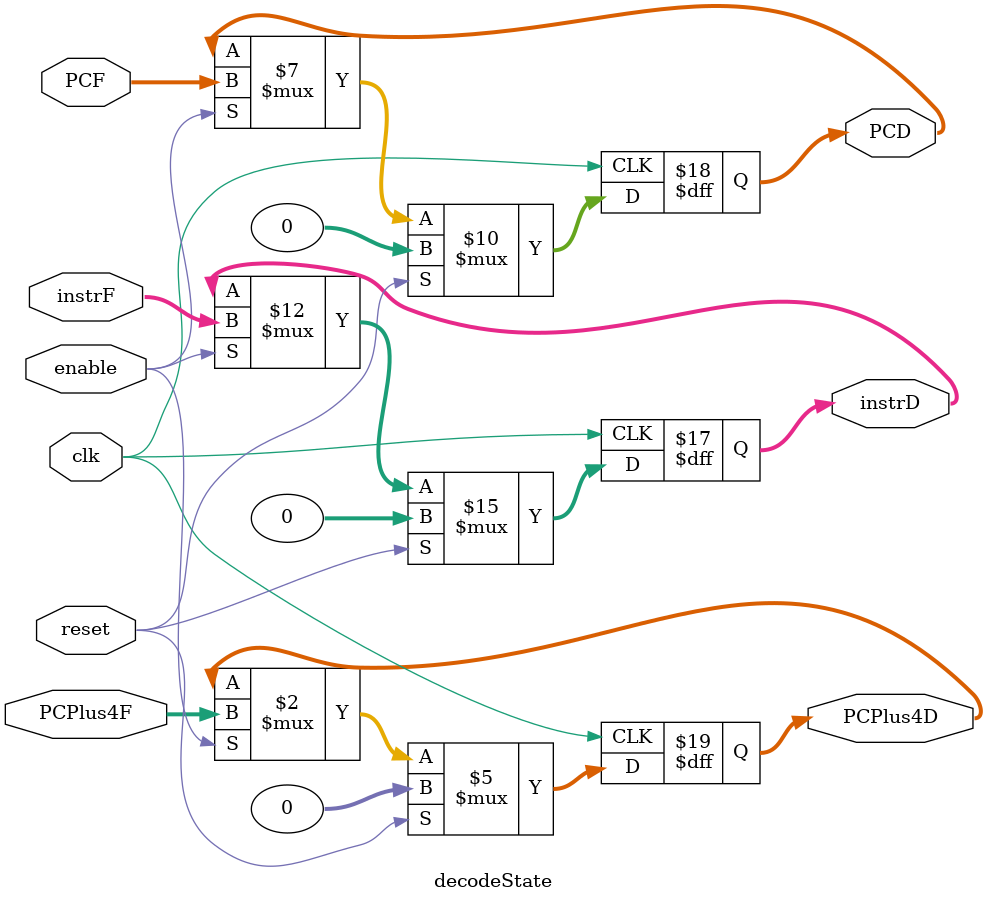
<source format=sv>
module decodeState #(
    parameter 
    word_width = 32
    

) (
    input logic clk, 
    input reset,
    input  enable,
    input logic [word_width-1: 0] instrF,
    input logic [word_width-1: 0] PCF,
    input logic  [word_width-1: 0] PCPlus4F,

    output logic [word_width-1: 0] instrD, PCD, PCPlus4D
);

 

always_ff @(posedge clk)
    if (reset) begin
        instrD <= 0;
        PCD <= 0;
        PCPlus4D <= 0; 
    end
    else begin
        if (enable) begin 
            instrD <= instrF;
            PCD <= PCF; 
            PCPlus4D <= PCPlus4F;
        end  
    end

endmodule
</source>
